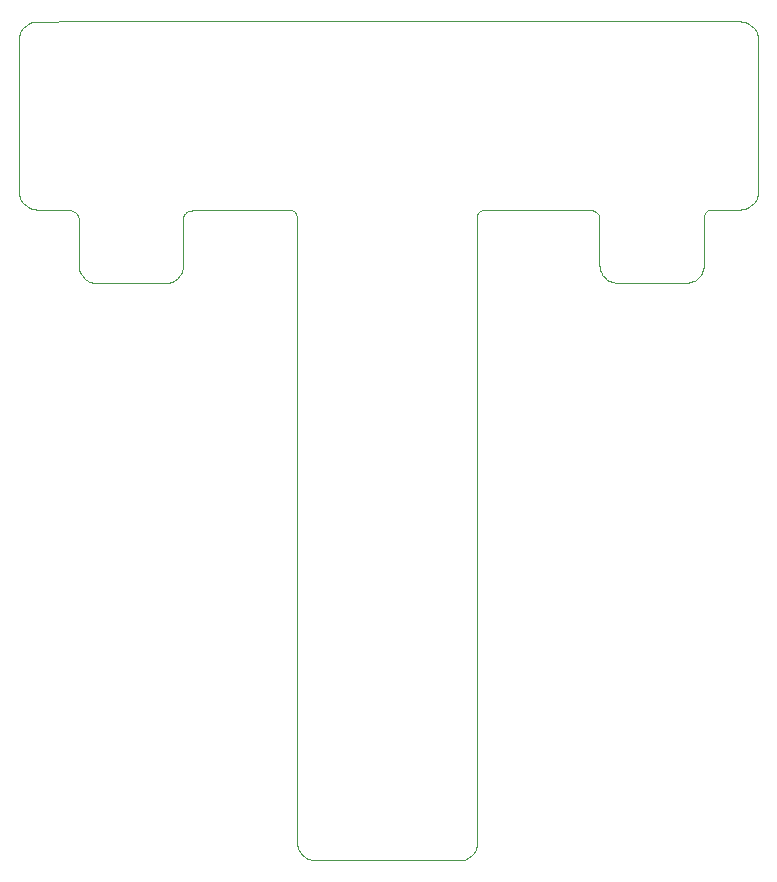
<source format=gbr>
G04 #@! TF.FileFunction,Profile,NP*
%FSLAX46Y46*%
G04 Gerber Fmt 4.6, Leading zero omitted, Abs format (unit mm)*
G04 Created by KiCad (PCBNEW (2015-07-30 BZR 6023, Git cb629e0)-product) date 8/27/2015 11:16:19 AM*
%MOMM*%
G01*
G04 APERTURE LIST*
%ADD10C,0.100000*%
G04 APERTURE END LIST*
D10*
X141503400Y-123317000D02*
X153797000Y-123317000D01*
X118050447Y-52292068D02*
X118050447Y-52292068D01*
X121732821Y-52291955D02*
X118050447Y-52292068D01*
X125415215Y-52291955D02*
X121732821Y-52291955D01*
X129097608Y-52291955D02*
X125415215Y-52291955D01*
X132780002Y-52291955D02*
X129097608Y-52291955D01*
X136462395Y-52291955D02*
X132780002Y-52291955D01*
X140144789Y-52291955D02*
X136462395Y-52291955D01*
X143827183Y-52291955D02*
X140144789Y-52291955D01*
X147509577Y-52291955D02*
X143827183Y-52291955D01*
X151191971Y-52291955D02*
X147509577Y-52291955D01*
X154874364Y-52291955D02*
X151191971Y-52291955D01*
X158556757Y-52291955D02*
X154874364Y-52291955D01*
X162239150Y-52291955D02*
X158556757Y-52291955D01*
X167177800Y-52291955D02*
X162239150Y-52291955D01*
X170238940Y-52291955D02*
X166556546Y-52291955D01*
X173921333Y-52291955D02*
X170238940Y-52291955D01*
X177603726Y-52291955D02*
X173921333Y-52291955D01*
X177757515Y-52299660D02*
X177603726Y-52291955D01*
X177906762Y-52322322D02*
X177757515Y-52299660D01*
X178050724Y-52359161D02*
X177906762Y-52322322D01*
X178188657Y-52409453D02*
X178050724Y-52359161D01*
X178319823Y-52472448D02*
X178188657Y-52409453D01*
X178443475Y-52547411D02*
X178319823Y-52472448D01*
X178558876Y-52633596D02*
X178443475Y-52547411D01*
X178665280Y-52730263D02*
X178558876Y-52633596D01*
X178761943Y-52836667D02*
X178665280Y-52730263D01*
X178848128Y-52952067D02*
X178761943Y-52836667D01*
X178923092Y-53075720D02*
X178848128Y-52952067D01*
X178986090Y-53206886D02*
X178923092Y-53075720D01*
X179036379Y-53344819D02*
X178986090Y-53206886D01*
X179073218Y-53488781D02*
X179036379Y-53344819D01*
X179095880Y-53638028D02*
X179073218Y-53488781D01*
X179103585Y-53791817D02*
X179095880Y-53638028D01*
X179103585Y-54599209D02*
X179103585Y-53791817D01*
X179103585Y-55406602D02*
X179103585Y-54599209D01*
X179103585Y-56213995D02*
X179103585Y-55406602D01*
X179103585Y-57021387D02*
X179103585Y-56213995D01*
X179103585Y-57828780D02*
X179103585Y-57021387D01*
X179103585Y-58636172D02*
X179103585Y-57828780D01*
X179103585Y-59443565D02*
X179103585Y-58636172D01*
X179103585Y-60250955D02*
X179103585Y-59443565D01*
X179103585Y-61058347D02*
X179103585Y-60250955D01*
X179103585Y-61865740D02*
X179103585Y-61058347D01*
X179103585Y-62673133D02*
X179103585Y-61865740D01*
X179103585Y-63480525D02*
X179103585Y-62673133D01*
X179103585Y-64287918D02*
X179103585Y-63480525D01*
X179103585Y-65095311D02*
X179103585Y-64287918D01*
X179103585Y-65902703D02*
X179103585Y-65095311D01*
X179103585Y-66710096D02*
X179103585Y-65902703D01*
X179095880Y-66863884D02*
X179103585Y-66710096D01*
X179073218Y-67013132D02*
X179095880Y-66863884D01*
X179036379Y-67157093D02*
X179073218Y-67013132D01*
X178986090Y-67295027D02*
X179036379Y-67157093D01*
X178923092Y-67426192D02*
X178986090Y-67295027D01*
X178848128Y-67549845D02*
X178923092Y-67426192D01*
X178761943Y-67665246D02*
X178848128Y-67549845D01*
X178665280Y-67771649D02*
X178761943Y-67665246D01*
X178558876Y-67868316D02*
X178665280Y-67771649D01*
X178443475Y-67954501D02*
X178558876Y-67868316D01*
X178319823Y-68029465D02*
X178443475Y-67954501D01*
X178188657Y-68092460D02*
X178319823Y-68029465D01*
X178050724Y-68142752D02*
X178188657Y-68092460D01*
X177906762Y-68179590D02*
X178050724Y-68142752D01*
X177757515Y-68202253D02*
X177906762Y-68179590D01*
X177603726Y-68209957D02*
X177757515Y-68202253D01*
X177461980Y-68209957D02*
X177603726Y-68209957D01*
X177320234Y-68209957D02*
X177461980Y-68209957D01*
X177178485Y-68209957D02*
X177320234Y-68209957D01*
X177036739Y-68209957D02*
X177178485Y-68209957D01*
X176894993Y-68209957D02*
X177036739Y-68209957D01*
X176753247Y-68209957D02*
X176894993Y-68209957D01*
X176611500Y-68209957D02*
X176753247Y-68209957D01*
X176469751Y-68209957D02*
X176611500Y-68209957D01*
X176328005Y-68209957D02*
X176469751Y-68209957D01*
X176186259Y-68209957D02*
X176328005Y-68209957D01*
X176044513Y-68209957D02*
X176186259Y-68209957D01*
X175902767Y-68209957D02*
X176044513Y-68209957D01*
X175761021Y-68209957D02*
X175902767Y-68209957D01*
X175619272Y-68209957D02*
X175761021Y-68209957D01*
X175477526Y-68209957D02*
X175619272Y-68209957D01*
X175335780Y-68209957D02*
X175477526Y-68209957D01*
X175207160Y-68210087D02*
X175335780Y-68209957D01*
X175092750Y-68221489D02*
X175207160Y-68210087D01*
X174991734Y-68243023D02*
X175092750Y-68221489D01*
X174903300Y-68273607D02*
X174991734Y-68243023D01*
X174826628Y-68312122D02*
X174903300Y-68273607D01*
X174760904Y-68357452D02*
X174826628Y-68312122D01*
X174705312Y-68408492D02*
X174760904Y-68357452D01*
X174659036Y-68464130D02*
X174705312Y-68408492D01*
X174621261Y-68523252D02*
X174659036Y-68464130D01*
X174591170Y-68584751D02*
X174621261Y-68523252D01*
X174567943Y-68647515D02*
X174591170Y-68584751D01*
X174550784Y-68710433D02*
X174567943Y-68647515D01*
X174538846Y-68772392D02*
X174550784Y-68710433D01*
X174531339Y-68832286D02*
X174538846Y-68772392D01*
X174527416Y-68888998D02*
X174531339Y-68832286D01*
X174526287Y-68941421D02*
X174527416Y-68888998D01*
X174526287Y-69506588D02*
X174526287Y-68941421D01*
X174526287Y-70071758D02*
X174526287Y-69506588D01*
X174526287Y-70636925D02*
X174526287Y-70071758D01*
X174526287Y-71202091D02*
X174526287Y-70636925D01*
X174526287Y-71767261D02*
X174526287Y-71202091D01*
X174526287Y-72332428D02*
X174526287Y-71767261D01*
X174526287Y-72897598D02*
X174526287Y-72332428D01*
X174518555Y-73057903D02*
X174526287Y-72904109D01*
X174495892Y-73207167D02*
X174518555Y-73057903D01*
X174459025Y-73351157D02*
X174495892Y-73207167D01*
X174408700Y-73489124D02*
X174459025Y-73351157D01*
X174345660Y-73620332D02*
X174408700Y-73489124D01*
X174270651Y-73744033D02*
X174345660Y-73620332D01*
X174184418Y-73859482D02*
X174270651Y-73744033D01*
X174087700Y-73965936D02*
X174184418Y-73859482D01*
X173981246Y-74062654D02*
X174087700Y-73965936D01*
X173865794Y-74148889D02*
X173981246Y-74062654D01*
X173742096Y-74223898D02*
X173865794Y-74148889D01*
X173610888Y-74286936D02*
X173742096Y-74223898D01*
X173472918Y-74337261D02*
X173610888Y-74286936D01*
X173328931Y-74374128D02*
X173472918Y-74337261D01*
X173179667Y-74396791D02*
X173328931Y-74374128D01*
X173025873Y-74404523D02*
X173179667Y-74396791D01*
X172660728Y-74404523D02*
X173025873Y-74404523D01*
X172295580Y-74404523D02*
X172660728Y-74404523D01*
X171930436Y-74404523D02*
X172295580Y-74404523D01*
X171565288Y-74404523D02*
X171930436Y-74404523D01*
X171200143Y-74404523D02*
X171565288Y-74404523D01*
X170834999Y-74404523D02*
X171200143Y-74404523D01*
X170469851Y-74404523D02*
X170834999Y-74404523D01*
X170104706Y-74404523D02*
X170469851Y-74404523D01*
X169739561Y-74404523D02*
X170104706Y-74404523D01*
X169374414Y-74404523D02*
X169739561Y-74404523D01*
X169009269Y-74404523D02*
X169374414Y-74404523D01*
X168644122Y-74404523D02*
X169009269Y-74404523D01*
X168278977Y-74404523D02*
X168644122Y-74404523D01*
X167913832Y-74404523D02*
X168278977Y-74404523D01*
X167548684Y-74404523D02*
X167913832Y-74404523D01*
X167183540Y-74404523D02*
X167548684Y-74404523D01*
X167029751Y-74396791D02*
X167183540Y-74404523D01*
X166880506Y-74374128D02*
X167029751Y-74396791D01*
X166736545Y-74337261D02*
X166880506Y-74374128D01*
X166598609Y-74286936D02*
X166736545Y-74337261D01*
X166467446Y-74223898D02*
X166598609Y-74286936D01*
X166343790Y-74148889D02*
X166467446Y-74223898D01*
X166228392Y-74062654D02*
X166343790Y-74148889D01*
X166121986Y-73965936D02*
X166228392Y-74062654D01*
X166025322Y-73859482D02*
X166121986Y-73965936D01*
X165939137Y-73744033D02*
X166025322Y-73859482D01*
X165864173Y-73620332D02*
X165939137Y-73744033D01*
X165801179Y-73489124D02*
X165864173Y-73620332D01*
X165750887Y-73351157D02*
X165801179Y-73489124D01*
X165714048Y-73207167D02*
X165750887Y-73351157D01*
X165691386Y-73057903D02*
X165714048Y-73207167D01*
X165683681Y-72904109D02*
X165691386Y-73057903D01*
X165683681Y-72332428D02*
X165683681Y-72897598D01*
X165683681Y-71767261D02*
X165683681Y-72332428D01*
X165683681Y-71202091D02*
X165683681Y-71767261D01*
X165683681Y-70636925D02*
X165683681Y-71202091D01*
X165683681Y-70071758D02*
X165683681Y-70636925D01*
X165683681Y-69506588D02*
X165683681Y-70071758D01*
X165683681Y-68941421D02*
X165683681Y-69506588D01*
X165681705Y-68890810D02*
X165683681Y-68941421D01*
X165675299Y-68839053D02*
X165681705Y-68890810D01*
X165664067Y-68786537D02*
X165675299Y-68839053D01*
X165647585Y-68733643D02*
X165664067Y-68786537D01*
X165625374Y-68680760D02*
X165647585Y-68733643D01*
X165596977Y-68628276D02*
X165625374Y-68680760D01*
X165561950Y-68576567D02*
X165596977Y-68628276D01*
X165519843Y-68526029D02*
X165561950Y-68576567D01*
X165470202Y-68477041D02*
X165519843Y-68526029D01*
X165412578Y-68429989D02*
X165470202Y-68477041D01*
X165346516Y-68385263D02*
X165412578Y-68429989D01*
X165271566Y-68343242D02*
X165346516Y-68385263D01*
X165187275Y-68304318D02*
X165271566Y-68343242D01*
X165093190Y-68268871D02*
X165187275Y-68304318D01*
X164988861Y-68237291D02*
X165093190Y-68268871D01*
X164873836Y-68209971D02*
X164988861Y-68237291D01*
X164345835Y-68209971D02*
X164873836Y-68209971D01*
X163182837Y-68209971D02*
X164377800Y-68209971D01*
X162654835Y-68209971D02*
X163182837Y-68209971D01*
X162126837Y-68209971D02*
X162654835Y-68209971D01*
X161598836Y-68209971D02*
X162126837Y-68209971D01*
X161070838Y-68209971D02*
X161598836Y-68209971D01*
X160542837Y-68209971D02*
X161070838Y-68209971D01*
X160014836Y-68209971D02*
X160542837Y-68209971D01*
X159486837Y-68209971D02*
X160014836Y-68209971D01*
X158958836Y-68209971D02*
X159486837Y-68209971D01*
X158430838Y-68209971D02*
X158958836Y-68209971D01*
X157902837Y-68209971D02*
X158430838Y-68209971D01*
X157374839Y-68209971D02*
X157902837Y-68209971D01*
X156846838Y-68209971D02*
X157374839Y-68209971D01*
X156159200Y-68209971D02*
X156846838Y-68209971D01*
X156024086Y-68217253D02*
X156146438Y-68209971D01*
X155913529Y-68232973D02*
X156024086Y-68217253D01*
X155814232Y-68256341D02*
X155913529Y-68232973D01*
X155725651Y-68286485D02*
X155814232Y-68256341D01*
X155647252Y-68322587D02*
X155725651Y-68286485D01*
X155578494Y-68363816D02*
X155647252Y-68322587D01*
X155518838Y-68409342D02*
X155578494Y-68363816D01*
X155467750Y-68458333D02*
X155518838Y-68409342D01*
X155424689Y-68509957D02*
X155467750Y-68458333D01*
X155389115Y-68563384D02*
X155424689Y-68509957D01*
X155360492Y-68617785D02*
X155389115Y-68563384D01*
X155338281Y-68672328D02*
X155360492Y-68617785D01*
X155321940Y-68726181D02*
X155338281Y-68672328D01*
X155310933Y-68778511D02*
X155321940Y-68726181D01*
X155304725Y-68828490D02*
X155310933Y-68778511D01*
X155302749Y-68875288D02*
X155304725Y-68828490D01*
X155302749Y-72179960D02*
X155302749Y-68875288D01*
X155302749Y-75484636D02*
X155302749Y-72179960D01*
X155302749Y-78789309D02*
X155302749Y-75484636D01*
X155302749Y-82093981D02*
X155302749Y-78789309D01*
X155302749Y-85398657D02*
X155302749Y-82093981D01*
X155302749Y-88703329D02*
X155302749Y-85398657D01*
X155302749Y-92008002D02*
X155302749Y-88703329D01*
X155302749Y-95312675D02*
X155302749Y-92008002D01*
X155302749Y-98617350D02*
X155302749Y-95312675D01*
X155302749Y-101922023D02*
X155302749Y-98617350D01*
X155302749Y-105226695D02*
X155302749Y-101922023D01*
X155302749Y-108531368D02*
X155302749Y-105226695D01*
X155302749Y-111836049D02*
X155302749Y-108531368D01*
X155302749Y-115140730D02*
X155302749Y-111836049D01*
X155302749Y-118445383D02*
X155302749Y-115140730D01*
X155302749Y-121750064D02*
X155302749Y-118445383D01*
X155295600Y-121920000D02*
X155302749Y-121750064D01*
X155295600Y-122123200D02*
X155295600Y-121945400D01*
X155260887Y-122273304D02*
X155297754Y-122129314D01*
X155210561Y-122411283D02*
X155260887Y-122273304D01*
X155147524Y-122542488D02*
X155210561Y-122411283D01*
X155072515Y-122666186D02*
X155147524Y-122542488D01*
X154986279Y-122781643D02*
X155072515Y-122666186D01*
X154889562Y-122888097D02*
X154986279Y-122781643D01*
X154783107Y-122984815D02*
X154889562Y-122888097D01*
X154667659Y-123071034D02*
X154783107Y-122984815D01*
X154543958Y-123146048D02*
X154667659Y-123071034D01*
X154412750Y-123209097D02*
X154543958Y-123146048D01*
X154274783Y-123259417D02*
X154412750Y-123209097D01*
X154130793Y-123296275D02*
X154274783Y-123259417D01*
X153981528Y-123318853D02*
X154130793Y-123296275D01*
X153797000Y-123317000D02*
X154025600Y-123317000D01*
X141300200Y-123266200D02*
X141478000Y-123317000D01*
X141150306Y-123208617D02*
X141300200Y-123266200D01*
X141012371Y-123158297D02*
X141150306Y-123208617D01*
X140881206Y-123095248D02*
X141012371Y-123158297D01*
X140757553Y-123020234D02*
X140881206Y-123095248D01*
X140642153Y-122934015D02*
X140757553Y-123020234D01*
X140535749Y-122837297D02*
X140642153Y-122934015D01*
X140439083Y-122730843D02*
X140535749Y-122837297D01*
X140352898Y-122615386D02*
X140439083Y-122730843D01*
X140252536Y-122466288D02*
X140327498Y-122589986D01*
X140189539Y-122335083D02*
X140252536Y-122466288D01*
X140139249Y-122197104D02*
X140189539Y-122335083D01*
X140102409Y-122053114D02*
X140139249Y-122197104D01*
X140079760Y-121903847D02*
X140102409Y-122053114D01*
X140072047Y-121750064D02*
X140079760Y-121903847D01*
X140072047Y-118445383D02*
X140072047Y-121750064D01*
X140072047Y-115140730D02*
X140072047Y-118445383D01*
X140072047Y-111836049D02*
X140072047Y-115140730D01*
X140072047Y-108531368D02*
X140072047Y-111836049D01*
X140072047Y-105226695D02*
X140072047Y-108531368D01*
X140072047Y-101922023D02*
X140072047Y-105226695D01*
X140072047Y-98617350D02*
X140072047Y-101922023D01*
X140072047Y-95312677D02*
X140072047Y-98617350D01*
X140072047Y-92008002D02*
X140072047Y-95312677D01*
X140072047Y-88703329D02*
X140072047Y-92008002D01*
X140072047Y-85398657D02*
X140072047Y-88703329D01*
X140072047Y-82093981D02*
X140072047Y-85398657D01*
X140072047Y-78789309D02*
X140072047Y-82093981D01*
X140072047Y-75484636D02*
X140072047Y-78789309D01*
X140072047Y-72179960D02*
X140072047Y-75484636D01*
X140072047Y-68875288D02*
X140072047Y-72179960D01*
X140054312Y-68816190D02*
X140072047Y-68875288D01*
X140037441Y-68756661D02*
X140054312Y-68816190D01*
X140020251Y-68697293D02*
X140037441Y-68756661D01*
X140001554Y-68638675D02*
X140020251Y-68697293D01*
X139980161Y-68581407D02*
X140001554Y-68638675D01*
X139954888Y-68526077D02*
X139980161Y-68581407D01*
X139924550Y-68473282D02*
X139954888Y-68526077D01*
X139887961Y-68423614D02*
X139924550Y-68473282D01*
X139843932Y-68377662D02*
X139887961Y-68423614D01*
X139791278Y-68336023D02*
X139843932Y-68377662D01*
X139728813Y-68299292D02*
X139791278Y-68336023D01*
X139655350Y-68268058D02*
X139728813Y-68299292D01*
X139569704Y-68242912D02*
X139655350Y-68268058D01*
X139470688Y-68224455D02*
X139569704Y-68242912D01*
X139357115Y-68213279D02*
X139470688Y-68224455D01*
X139227799Y-68209977D02*
X139357115Y-68213279D01*
X138737624Y-68215142D02*
X139227799Y-68209977D01*
X138247448Y-68220306D02*
X138737624Y-68215142D01*
X137757272Y-68225471D02*
X138247448Y-68220306D01*
X137267097Y-68230636D02*
X137757272Y-68225471D01*
X136776921Y-68235800D02*
X137267097Y-68230636D01*
X136286745Y-68240965D02*
X136776921Y-68235800D01*
X135796569Y-68246130D02*
X136286745Y-68240965D01*
X135306394Y-68251294D02*
X135796569Y-68246130D01*
X134816218Y-68256459D02*
X135306394Y-68251294D01*
X134326042Y-68261624D02*
X134816218Y-68256459D01*
X133835866Y-68266788D02*
X134326042Y-68261624D01*
X133345691Y-68271953D02*
X133835866Y-68266788D01*
X132855515Y-68277118D02*
X133345691Y-68271953D01*
X132365339Y-68282282D02*
X132855515Y-68277118D01*
X131875164Y-68287447D02*
X132365339Y-68282282D01*
X131384988Y-68292612D02*
X131875164Y-68287447D01*
X131259285Y-68289282D02*
X131384988Y-68292612D01*
X131143666Y-68296450D02*
X131259285Y-68289282D01*
X131037859Y-68313186D02*
X131143666Y-68296450D01*
X130941592Y-68338501D02*
X131037859Y-68313186D01*
X130854591Y-68371436D02*
X130941592Y-68338501D01*
X130776586Y-68411029D02*
X130854591Y-68371436D01*
X130707302Y-68456318D02*
X130776586Y-68411029D01*
X130646468Y-68506339D02*
X130707302Y-68456318D01*
X130593811Y-68560130D02*
X130646468Y-68506339D01*
X130549060Y-68616730D02*
X130593811Y-68560130D01*
X130511940Y-68675175D02*
X130549060Y-68616730D01*
X130482180Y-68734501D02*
X130511940Y-68675175D01*
X130459509Y-68793748D02*
X130482180Y-68734501D01*
X130443651Y-68851954D02*
X130459509Y-68793748D01*
X130434338Y-68908153D02*
X130443651Y-68851954D01*
X130431293Y-68961382D02*
X130434338Y-68908153D01*
X130431293Y-69526516D02*
X130431293Y-68961382D01*
X130431293Y-70091649D02*
X130431293Y-69526516D01*
X130431293Y-70656782D02*
X130431293Y-70091649D01*
X130431293Y-71221918D02*
X130431293Y-70656782D01*
X130431293Y-71787051D02*
X130431293Y-71221918D01*
X130431293Y-72352184D02*
X130431293Y-71787051D01*
X130431293Y-72917317D02*
X130431293Y-72352184D01*
X130423571Y-73077311D02*
X130431293Y-72923517D01*
X130400906Y-73226576D02*
X130423571Y-73077311D01*
X130364038Y-73370566D02*
X130400906Y-73226576D01*
X130313713Y-73508533D02*
X130364038Y-73370566D01*
X130250674Y-73639741D02*
X130313713Y-73508533D01*
X130175665Y-73763442D02*
X130250674Y-73639741D01*
X130089431Y-73878890D02*
X130175665Y-73763442D01*
X129992714Y-73985344D02*
X130089431Y-73878890D01*
X129886258Y-74082062D02*
X129992714Y-73985344D01*
X129770809Y-74168298D02*
X129886258Y-74082062D01*
X129647108Y-74243307D02*
X129770809Y-74168298D01*
X129515901Y-74306344D02*
X129647108Y-74243307D01*
X129377932Y-74356670D02*
X129515901Y-74306344D01*
X129233943Y-74393537D02*
X129377932Y-74356670D01*
X129084679Y-74416199D02*
X129233943Y-74393537D01*
X128930885Y-74423932D02*
X129084679Y-74416199D01*
X128565739Y-74423932D02*
X128930885Y-74423932D01*
X128200593Y-74423932D02*
X128565739Y-74423932D01*
X127835447Y-74423932D02*
X128200593Y-74423932D01*
X127470302Y-74423932D02*
X127835447Y-74423932D01*
X127105156Y-74423932D02*
X127470302Y-74423932D01*
X126740010Y-74423932D02*
X127105156Y-74423932D01*
X126374865Y-74423932D02*
X126740010Y-74423932D01*
X126009719Y-74423932D02*
X126374865Y-74423932D01*
X125644574Y-74423932D02*
X126009719Y-74423932D01*
X125279428Y-74423932D02*
X125644574Y-74423932D01*
X124914282Y-74423932D02*
X125279428Y-74423932D01*
X124549137Y-74423932D02*
X124914282Y-74423932D01*
X124183991Y-74423932D02*
X124549137Y-74423932D01*
X123818845Y-74423932D02*
X124183991Y-74423932D01*
X123453699Y-74423932D02*
X123818845Y-74423932D01*
X123088554Y-74423932D02*
X123453699Y-74423932D01*
X122934765Y-74416199D02*
X123088554Y-74423932D01*
X122785519Y-74393537D02*
X122934765Y-74416199D01*
X122641558Y-74356670D02*
X122785519Y-74393537D01*
X122503623Y-74306344D02*
X122641558Y-74356670D01*
X122372458Y-74243307D02*
X122503623Y-74306344D01*
X121105804Y-68326298D02*
X121229458Y-68401307D01*
X122133404Y-74082062D02*
X122248804Y-74168298D01*
X122027000Y-73985344D02*
X122133404Y-74082062D01*
X121930335Y-73878890D02*
X122027000Y-73985344D01*
X121844150Y-73763442D02*
X121930335Y-73878890D01*
X121769187Y-73639741D02*
X121844150Y-73763442D01*
X121706190Y-73508533D02*
X121769187Y-73639741D01*
X121655900Y-73370566D02*
X121706190Y-73508533D01*
X121619060Y-73226576D02*
X121655900Y-73370566D01*
X121596412Y-73077311D02*
X121619060Y-73226576D01*
X121588696Y-72923517D02*
X121596412Y-73077311D01*
X121588696Y-72352184D02*
X121588696Y-72917317D01*
X121588696Y-71787051D02*
X121588696Y-72352184D01*
X121588696Y-71221918D02*
X121588696Y-71787051D01*
X121588696Y-70656782D02*
X121588696Y-71221918D01*
X121588696Y-70091649D02*
X121588696Y-70656782D01*
X121588696Y-69526516D02*
X121588696Y-70091649D01*
X121588696Y-68961382D02*
X121588696Y-69526516D01*
X121585349Y-68909039D02*
X121588696Y-68961382D01*
X121575372Y-68855177D02*
X121585349Y-68909039D01*
X121558853Y-68800279D02*
X121575372Y-68855177D01*
X121535883Y-68744819D02*
X121558853Y-68800279D01*
X121506551Y-68689278D02*
X121535883Y-68744819D01*
X121470947Y-68634140D02*
X121506551Y-68689278D01*
X121429162Y-68579877D02*
X121470947Y-68634140D01*
X121381285Y-68526972D02*
X121429162Y-68579877D01*
X121327408Y-68475904D02*
X121381285Y-68526972D01*
X121267619Y-68427150D02*
X121327408Y-68475904D01*
X121202009Y-68381190D02*
X121267619Y-68427150D01*
X122271128Y-74185584D02*
X122342469Y-74228270D01*
X121053687Y-68299571D02*
X121130668Y-68338504D01*
X120971155Y-68264869D02*
X121053687Y-68299571D01*
X120883163Y-68234878D02*
X120971155Y-68264869D01*
X120789800Y-68210070D02*
X120883163Y-68234878D01*
X120618590Y-68210070D02*
X120789800Y-68210070D01*
X120447381Y-68210070D02*
X120618590Y-68210070D01*
X120276171Y-68210070D02*
X120447381Y-68210070D01*
X120104962Y-68210070D02*
X120276171Y-68210070D01*
X119933752Y-68210070D02*
X120104962Y-68210070D01*
X119762542Y-68210070D02*
X119933752Y-68210070D01*
X119591333Y-68210070D02*
X119762542Y-68210070D01*
X119420123Y-68210070D02*
X119591333Y-68210070D01*
X119248914Y-68210070D02*
X119420123Y-68210070D01*
X119077704Y-68210070D02*
X119248914Y-68210070D01*
X118906495Y-68210070D02*
X119077704Y-68210070D01*
X118735285Y-68210070D02*
X118906495Y-68210070D01*
X118564075Y-68210070D02*
X118735285Y-68210070D01*
X118392866Y-68210070D02*
X118564075Y-68210070D01*
X118221656Y-68210070D02*
X118392866Y-68210070D01*
X118050447Y-68210070D02*
X118221656Y-68210070D01*
X117896658Y-68202366D02*
X118050447Y-68210070D01*
X117747412Y-68179703D02*
X117896658Y-68202366D01*
X117603450Y-68142865D02*
X117747412Y-68179703D01*
X117465516Y-68092573D02*
X117603450Y-68142865D01*
X117334351Y-68029578D02*
X117465516Y-68092573D01*
X117210697Y-67954614D02*
X117334351Y-68029578D01*
X117095297Y-67868429D02*
X117210697Y-67954614D01*
X116988893Y-67771762D02*
X117095297Y-67868429D01*
X116892228Y-67665359D02*
X116988893Y-67771762D01*
X116806043Y-67549958D02*
X116892228Y-67665359D01*
X116731080Y-67426305D02*
X116806043Y-67549958D01*
X116668083Y-67295140D02*
X116731080Y-67426305D01*
X116617793Y-67157206D02*
X116668083Y-67295140D01*
X116580953Y-67013245D02*
X116617793Y-67157206D01*
X116558304Y-66863997D02*
X116580953Y-67013245D01*
X116550590Y-66710209D02*
X116558304Y-66863997D01*
X116550590Y-65902816D02*
X116550590Y-66710209D01*
X116550590Y-65095423D02*
X116550590Y-65902816D01*
X116550590Y-64288031D02*
X116550590Y-65095423D01*
X116550590Y-63480638D02*
X116550590Y-64288031D01*
X116550590Y-62673246D02*
X116550590Y-63480638D01*
X116550590Y-61865853D02*
X116550590Y-62673246D01*
X116550590Y-61058460D02*
X116550590Y-61865853D01*
X116550590Y-60251068D02*
X116550590Y-61058460D01*
X116550590Y-59443678D02*
X116550590Y-60251068D01*
X116550590Y-58636285D02*
X116550590Y-59443678D01*
X116550590Y-57828893D02*
X116550590Y-58636285D01*
X116550590Y-57021500D02*
X116550590Y-57828893D01*
X116550590Y-56214107D02*
X116550590Y-57021500D01*
X116550590Y-55406715D02*
X116550590Y-56214107D01*
X116550590Y-54599322D02*
X116550590Y-55406715D01*
X116550590Y-53791930D02*
X116550590Y-54599322D01*
X116558304Y-53638141D02*
X116550590Y-53791930D01*
X116580953Y-53488893D02*
X116558304Y-53638141D01*
X116617793Y-53344932D02*
X116580953Y-53488893D01*
X116668083Y-53206999D02*
X116617793Y-53344932D01*
X116731080Y-53075833D02*
X116668083Y-53206999D01*
X116806043Y-52952180D02*
X116731080Y-53075833D01*
X116892228Y-52836780D02*
X116806043Y-52952180D01*
X116988893Y-52730376D02*
X116892228Y-52836780D01*
X117095297Y-52633709D02*
X116988893Y-52730376D01*
X117210697Y-52547524D02*
X117095297Y-52633709D01*
X117334351Y-52472560D02*
X117210697Y-52547524D01*
X117465516Y-52409566D02*
X117334351Y-52472560D01*
X117603450Y-52359274D02*
X117465516Y-52409566D01*
X117747412Y-52322435D02*
X117603450Y-52359274D01*
X117896658Y-52299773D02*
X117747412Y-52322435D01*
X118050447Y-52292068D02*
X117896658Y-52299773D01*
M02*

</source>
